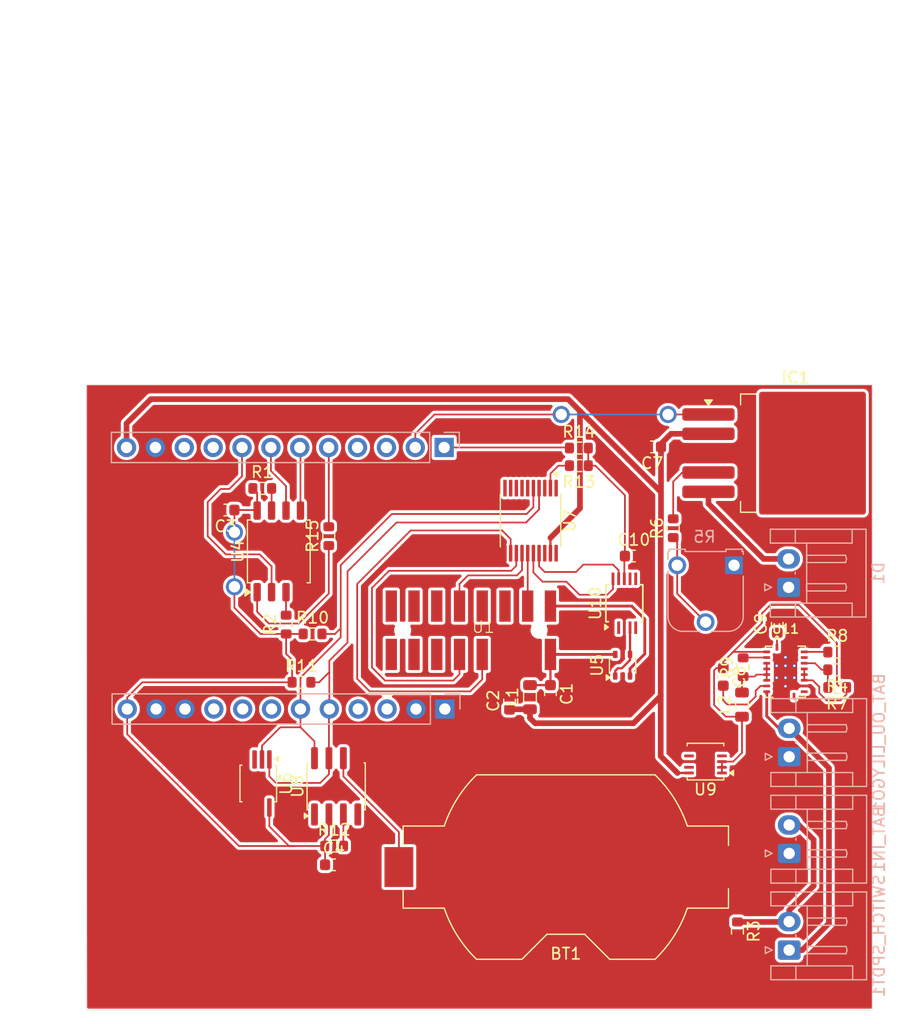
<source format=kicad_pcb>
(kicad_pcb (version 20241229) (generator "pcbnew") (generator_version "9.0")
  (layers (0 "F.Cu" signal) (2 "B.Cu" signal) (13 "F.Paste" user) (15 "B.Paste" user) (5 "F.SilkS" user "F.Silkscreen") (7 "B.SilkS" user "B.Silkscreen") (1 "F.Mask" user) (3 "B.Mask" user) (25 "Edge.Cuts" user))
  (net 0 "")
  (net 1 "GND")
  (net 2 "+3.7V_0")
  (net 3 "+3.7V")
  (net 4 "+BATT")
  (net 5 "/V_SPEC")
  (net 6 "5V")
  (net 7 "3.3V")
  (net 8 "+3V3")
  (net 9 "+5.5V")
  (net 10 "Net-(U11-BOOT)")
  (net 11 "Net-(U11-VCC)")
  (net 12 "Net-(D1-A)")
  (net 13 "/PWM_LED")
  (net 14 "Net-(IC1-RSET)")
  (net 15 "Net-(L2-Pad2)")
  (net 16 "Net-(U4-~{HOLD}{slash}~{RESET}{slash}IO_{3})")
  (net 17 "Net-(U4-~{WP}{slash}IO_{2})")
  (net 18 "Net-(U11-FB)")
  (net 19 "Net-(R5-E)")
  (net 20 "Net-(U11-ILIM)")
  (net 21 "Net-(U11-FSW)")
  (net 22 "/I2C_SCL")
  (net 23 "/I2C_SDA")
  (net 24 "Net-(U8-~{INT}{slash}SQW)")
  (net 25 "/GAIN_5V")
  (net 26 "Net-(U1-VIDEO)")
  (net 27 "/ST_5V")
  (net 28 "/CLK_5V")
  (net 29 "/EOS_5V")
  (net 30 "/SPI_CS_1_3V")
  (net 34 "/SPI_MOSI_3V")
  (net 35 "/SPI_CLK_3V")
  (net 38 "/SPI_MISO_3V")
  (net 39 "Net-(U10-AIN0)")
  (net 42 "/GAIN_3V")
  (net 43 "/I2C_SDA_5V")
  (net 47 "/ST_3V")
  (net 48 "/I2C_SCL_5V")
  (net 65 "/CLK_3V")
  (net 66 "/EOS_3V")
  (net 67 "Net-(U7-VCCA)")
  (net 68 "Net-(U3-GPIO10)")
  (net 69 "Net-(R14-Pad1)")
  (footprint "Battery:BatteryHolder_Keystone_1058_1x2032" (layer "F.Cu") (at 54.65 54.5)
    (property "Reference" "BT1")
    (property "Value" "Battery_Cell")
  )
  (footprint "Capacitor_SMD:C_0603_1608Metric" (layer "F.Cu") (at 24.725 23.1 180)
    (property "Reference" "C3")
    (property "Value" "0.1uF")
  )
  (footprint "Package_DFN_QFN:DFN-10-1EP_3x3mm_P0.5mm_EP1.65x2.38mm" (layer "F.Cu") (at 66.9375 45.225 180)
    (property "Reference" "U9")
    (property "Value" "LT3045xDD")
  )
  (footprint "Resistor_SMD:R_0603_1608Metric" (layer "F.Cu") (at 70.25 36.925 90)
    (property "Reference" "R9")
    (property "Value" "40 K")
  )
  (footprint "mioss:C12880MA" (layer "F.Cu") (at 47.4 33.9)
    (property "Reference" "U1")
    (property "Value" "MICROSPEC-C12666MA")
  )
  (footprint "Capacitor_SMD:C_0603_1608Metric" (layer "F.Cu") (at 68.5 37.775 -90)
    (property "Reference" "C8")
    (property "Value" "0.1uF")
  )
  (footprint "Package_TO_SOT_SMD:SOT-353_SC-70-5" (layer "F.Cu") (at 59.65 36.75 90)
    (property "Reference" "U5")
    (property "Value" "TLV9001IDCK")
  )
  (footprint "Capacitor_SMD:C_0603_1608Metric" (layer "F.Cu") (at 60.625 27.15)
    (property "Reference" "C10")
    (property "Value" "0.1uF")
  )
  (footprint "Capacitor_SMD:C_0603_1608Metric" (layer "F.Cu") (at 53.3 39.275 -90)
    (property "Reference" "C1")
    (property "Value" "0.022uF")
  )
  (footprint "Resistor_SMD:R_0603_1608Metric" (layer "F.Cu") (at 30.05 33.175 90)
    (property "Reference" "R2")
    (property "Value" "10 K")
  )
  (footprint "Capacitor_SMD:C_0603_1608Metric" (layer "F.Cu") (at 49.7 39.875 90)
    (property "Reference" "C2")
    (property "Value" "0.022uF")
  )
  (footprint "Package_SO:SOIC-8_5.3x5.3mm_P1.27mm" (layer "F.Cu") (at 29.405 26.7375 90)
    (property "Reference" "U4")
    (property "Value" "W25Q16JVSS")
  )
  (footprint "Resistor_SMD:R_0603_1608Metric" (layer "F.Cu") (at 34.275 52.65)
    (property "Reference" "R12")
    (property "Value" "10 K")
  )
  (footprint "Resistor_SMD:R_0603_1608Metric" (layer "F.Cu") (at 78.525 35.6)
    (property "Reference" "R8")
    (property "Value" "40 K")
  )
  (footprint "Package_SO:SOIC-8_3.9x4.9mm_P1.27mm" (layer "F.Cu") (at 34.45 47.4 90)
    (property "Reference" "U8")
    (property "Value" "DS3231MZ")
  )
  (footprint "Resistor_SMD:R_0603_1608Metric" (layer "F.Cu") (at 55.8 19.2 180)
    (property "Reference" "R13")
    (property "Value" "0")
  )
  (footprint "Resistor_SMD:R_0603_1608Metric" (layer "F.Cu") (at 78.525 37.15 180)
    (property "Reference" "R4")
    (property "Value" "22.1 K")
  )
  (footprint "Capacitor_SMD:C_0603_1608Metric" (layer "F.Cu") (at 73.25 33.125 90)
    (property "Reference" "C9")
    (property "Value" "0.1uF")
  )
  (footprint "Resistor_SMD:R_0603_1608Metric" (layer "F.Cu") (at 64.1 24.7 90)
    (property "Reference" "R6")
    (property "Value" "500")
  )
  (footprint "Resistor_SMD:R_0603_1608Metric" (layer "F.Cu") (at 78.525 38.7 180)
    (property "Reference" "R7")
    (property "Value" "56.2 K")
  )
  (footprint "Inductor_SMD:L_0805_2012Metric" (layer "F.Cu") (at 51.5 39.5625 90)
    (property "Reference" "L1")
    (property "Value" "100uH")
  )
  (footprint "Resistor_SMD:R_0603_1608Metric" (layer "F.Cu") (at 31.4 38.25)
    (property "Reference" "R11")
    (property "Value" "4.7 K")
  )
  (footprint "Resistor_SMD:R_0603_1608Metric" (layer "F.Cu") (at 55.8 17.65)
    (property "Reference" "R14")
    (property "Value" "0")
  )
  (footprint "Package_SO:TSSOP-20_4.4x5mm_P0.5mm" (layer "F.Cu") (at 51.55 24.0375 -90)
    (property "Reference" "U7")
    (property "Value" "TRANSLATOR-TXS0108E")
  )
  (footprint "Package_SO:TSSOP-10_3x3mm_P0.5mm" (layer "F.Cu") (at 59.8 31.3 90)
    (property "Reference" "U10")
    (property "Value" "ADS1115IDGS")
  )
  (footprint "Resistor_SMD:R_0603_1608Metric" (layer "F.Cu") (at 33.8 25.4 90)
    (property "Reference" "R15")
    (property "Value" "0")
  )
  (footprint "Resistor_SMD:R_0603_1608Metric" (layer "F.Cu") (at 27.95 21.2)
    (property "Reference" "R1")
    (property "Value" "10 K")
  )
  (footprint "Resistor_SMD:R_0603_1608Metric" (layer "F.Cu") (at 69.75 60.15 -90)
    (property "Reference" "R3")
    (property "Value" "100 K")
  )
  (footprint "Resistor_SMD:R_0603_1608Metric" (layer "F.Cu") (at 32.375 34)
    (property "Reference" "R10")
    (property "Value" "4.7 K")
  )
  (footprint "Package_TO_SOT_SMD:TO-263-5_TabPin6" (layer "F.Cu") (at 74.85 18.1)
    (property "Reference" "IC1")
    (property "Value" "CAT4101")
  )
  (footprint "Inductor_SMD:L_0805_2012Metric" (layer "F.Cu") (at 70.15 40.2125 90)
    (property "Reference" "L2")
    (property "Value" "4.7uH")
  )
  (footprint "Capacitor_SMD:C_0603_1608Metric" (layer "F.Cu") (at 34.25 54.3)
    (property "Reference" "C4")
    (property "Value" "0.1uF")
  )
  (footprint "Capacitor_SMD:C_0603_1608Metric" (layer "F.Cu") (at 62.25 17.55 180)
    (property "Reference" "C7")
    (property "Value" "0.1uF")
  )
  (footprint "Package_SO:MSOP-8_3x3mm_P0.65mm" (layer "F.Cu") (at 27.6 47.15 -90)
    (property "Reference" "U6")
    (property "Value" "MCP9808_MSOP")
  )
  (footprint "mioss:IC_MSP430FR2522IRHLR" (layer "F.Cu") (at 73.975 37.325)
    (property "Reference" "U11")
    (property "Value" "TPS61088RHLT")
  )
  (footprint "Connector_JST:JST_EH_S2B-EH_1x02_P2.50mm_Horizontal" (layer "B.Cu") (at 74.3 44.8 90)
    (property "Reference" "BAT_OU_LILYGO1")
    (property "Value" "M02-JST-2MM-SMT")
  )
  (footprint "Connector_JST:JST_EH_S2B-EH_1x02_P2.50mm_Horizontal" (layer "B.Cu") (at 74.3 53.3 90)
    (property "Reference" "BAT_IN1")
    (property "Value" "M02-JST-2MM-SMT")
  )
  (footprint "Connector_JST:JST_EH_S2B-EH_1x02_P2.50mm_Horizontal" (layer "B.Cu") (at 74.3 61.8 90)
    (property "Reference" "SWITCH_SPDT1")
    (property "Value" "M02-JST-2MM-SMT")
  )
  (footprint "micross:Untitled" (layer "B.Cu") (at 5.13 -21.5 90)
    (property "Reference" "U3" (hide yes))
    (property "Value" "~" (hide yes))
  )
  (footprint "Potentiometer_THT:Potentiometer_Runtron_RM-065_Vertical" (layer "B.Cu") (at 69.45 27.96 180)
    (property "Reference" "R5")
    (property "Value" "5K")
  )
  (footprint "Connector_JST:JST_EH_S2B-EH_1x02_P2.50mm_Horizontal" (layer "B.Cu") (at 74.25 29.9 90)
    (property "Reference" "D1")
    (property "Value" "LED")
  )
  (gr_rect (start 12.5 12.1) (end 81.6 67.05) (stroke (width 0.05)) (fill no) (layer "Edge.Cuts"))
  (segment (start 75.15 50.8) (end 74.3 50.8) (width 0.15) (layer "F.Cu") (net 2))
  (segment (start 76.45 56.15) (end 76.45 52.1) (width 0.5) (layer "F.Cu") (net 2))
  (segment (start 74.3 59.3) (end 74.3 58.3) (width 0.5) (layer "F.Cu") (net 2))
  (segment (start 74.275 59.325) (end 74.3 59.3) (width 0.15) (layer "F.Cu") (net 2))
  (segment (start 69.75 59.325) (end 74.275 59.325) (width 0.5) (layer "F.Cu") (net 2))
  (segment (start 76.45 52.1) (end 75.15 50.8) (width 0.5) (layer "F.Cu") (net 2))
  (segment (start 74.3 58.3) (end 76.45 56.15) (width 0.5) (layer "F.Cu") (net 2))
  (segment (start 72.325 41.225) (end 73.4 42.3) (width 0.25) (layer "F.Cu") (net 3))
  (segment (start 77.8 45.8) (end 74.3 42.3) (width 0.5) (layer "F.Cu") (net 3))
  (segment (start 74.3 61.8) (end 75.45 61.8) (width 0.5) (layer "F.Cu") (net 3))
  (segment (start 75.45 61.8) (end 77.8 59.45) (width 0.5) (layer "F.Cu") (net 3))
  (segment (start 77.8 59.45) (end 77.8 45.8) (width 0.5) (layer "F.Cu") (net 3))
  (segment (start 72.325 39.075) (end 72.325 41.225) (width 0.25) (layer "F.Cu") (net 3))
  (segment (start 73.4 42.3) (end 74.3 42.3) (width 0.25) (layer "F.Cu") (net 3))
  (segment (start 35.085 44.925) (end 35.085 46.535) (width 0.15) (layer "F.Cu") (net 4))
  (segment (start 39.97 51.42) (end 36.55 48) (width 0.15) (layer "F.Cu") (net 4))
  (segment (start 39.97 54.5) (end 39.97 51.42) (width 0.15) (layer "F.Cu") (net 4))
  (segment (start 35.085 46.535) (end 36.55 48) (width 0.15) (layer "F.Cu") (net 4))
  (segment (start 51.5 38.5) (end 53.3 38.5) (width 0.2) (layer "F.Cu") (net 5))
  (segment (start 59 35.8) (end 53.3 35.8) (width 0.25) (layer "F.Cu") (net 5))
  (segment (start 53.3 38.5) (end 53.3 35.8) (width 0.2) (layer "F.Cu") (net 5))
  (segment (start 53.3 25.55) (end 55.895 22.955) (width 0.5) (layer "F.Cu") (net 6))
  (segment (start 63.025 17.275) (end 63.9 16.4) (width 0.5) (layer "F.Cu") (net 6))
  (segment (start 64.475 46.225) (end 65.4875 46.225) (width 0.2) (layer "F.Cu") (net 6))
  (segment (start 63 21.5) (end 55.895 14.395) (width 0.5) (layer "F.Cu") (net 6))
  (segment (start 60.6 41.85) (end 63 39.45) (width 0.5) (layer "F.Cu") (net 6))
  (segment (start 63.025 17.55) (end 63.025 17.275) (width 0.15) (layer "F.Cu") (net 6))
  (segment (start 51.95 41.85) (end 60.6 41.85) (width 0.5) (layer "F.Cu") (net 6))
  (segment (start 55.895 22.955) (end 55.895 14.395) (width 0.5) (layer "F.Cu") (net 6))
  (segment (start 63 24.05) (end 63 22.4) (width 0.2) (layer "F.Cu") (net 6))
  (segment (start 51.5 40.625) (end 51.5 41.4) (width 0.5) (layer "F.Cu") (net 6))
  (segment (start 16.01 15.49) (end 16.01 17.6) (width 0.5) (layer "F.Cu") (net 6))
  (segment (start 63 38.7) (end 63 24.05) (width 0.5) (layer "F.Cu") (net 6))
  (segment (start 54.85 13.35) (end 18.15 13.35) (width 0.5) (layer "F.Cu") (net 6))
  (segment (start 63 22.15) (end 63 21.5) (width 0.2) (layer "F.Cu") (net 6))
  (segment (start 63.025 24.025) (end 63 24.05) (width 0.15) (layer "F.Cu") (net 6))
  (segment (start 53.3 26.9) (end 53.3 25.55) (width 0.2) (layer "F.Cu") (net 6))
  (segment (start 55.895 14.395) (end 54.85 13.35) (width 0.5) (layer "F.Cu") (net 6))
  (segment (start 63.9 16.4) (end 67.2 16.4) (width 0.5) (layer "F.Cu") (net 6))
  (segment (start 63 39.45) (end 63 38.7) (width 0.2) (layer "F.Cu") (net 6))
  (segment (start 63 38.7) (end 63 44.75) (width 0.5) (layer "F.Cu") (net 6))
  (segment (start 63 22.4) (end 63 22.15) (width 0.2) (layer "F.Cu") (net 6))
  (segment (start 51.5 41.4) (end 51.95 41.85) (width 0.5) (layer "F.Cu") (net 6))
  (segment (start 51.5 40.625) (end 49.725 40.625) (width 0.5) (layer "F.Cu") (net 6))
  (segment (start 63.025 17.55) (end 63.025 24.025) (width 0.5) (layer "F.Cu") (net 6))
  (segment (start 18.15 13.35) (end 16.01 15.49) (width 0.5) (layer "F.Cu") (net 6))
  (segment (start 63 44.75) (end 64.475 46.225) (width 0.5) (layer "F.Cu") (net 6))
  (segment (start 49.725 40.625) (end 49.7 40.65) (width 0.2) (layer "F.Cu") (net 6))
  (segment (start 30.3 52.65) (end 28.575 50.925) (width 0.15) (layer "F.Cu") (net 8))
  (segment (start 16.07 42.82) (end 16.07 40.6) (width 0.15) (layer "F.Cu") (net 8))
  (segment (start 30.05 35.75) (end 30.575 36.275) (width 0.15) (layer "F.Cu") (net 8))
  (segment (start 25.55 23.1) (end 25.7 23.25) (width 0.15) (layer "F.Cu") (net 8))
  (segment (start 33.475 52.675) (end 33.45 52.65) (width 0.15) (layer "F.Cu") (net 8))
  (segment (start 33.475 54.3) (end 33.475 52.675) (width 0.15) (layer "F.Cu") (net 8))
  (segment (start 59.8 29.15) (end 59.8 27.15) (width 0.15) (layer "F.Cu") (net 8))
  (segment (start 28.575 50.925) (end 28.575 49.2625) (width 0.15) (layer "F.Cu") (net 8))
  (segment (start 30.575 38.25) (end 17.4 38.25) (width 0.15) (layer "F.Cu") (net 8))
  (segment (start 56.625 19.2) (end 57.25 19.2) (width 0.15) (layer "F.Cu") (net 8))
  (segment (start 30.8 52.65) (end 30.3 52.65) (width 0.15) (layer "F.Cu") (net 8))
  (segment (start 30.8 52.65) (end 25.9 52.65) (width 0.15) (layer "F.Cu") (net 8))
  (segment (start 27.5 21.575) (end 27.125 21.2) (width 0.15) (layer "F.Cu") (net 8))
  (segment (start 27.5 23.15) (end 27.5 21.575) (width 0.15) (layer "F.Cu") (net 8))
  (segment (start 27.45 23.2) (end 27.5 23.15) (width 0.15) (layer "F.Cu") (net 8))
  (segment (start 33.815 51.685) (end 33.815 49.875) (width 0.15) (layer "F.Cu") (net 8))
  (segment (start 30.05 34) (end 30.05 35.75) (width 0.15) (layer "F.Cu") (net 8))
  (segment (start 27.45 23.1) (end 25.5 23.1) (width 0.15) (layer "F.Cu") (net 8))
  (segment (start 25.5 31.7) (end 27.8 34) (width 0.15) (layer "F.Cu") (net 8))
  (segment (start 27.8 34) (end 30.05 34) (width 0.15) (layer "F.Cu") (net 8))
  (segment (start 59.85 21.8) (end 59.85 27.15) (width 0.15) (layer "F.Cu") (net 8))
  (segment (start 25.525 25.025) (end 25.5 25.05) (width 0.15) (layer "F.Cu") (net 8))
  (segment (start 25.9 52.65) (end 16.07 42.82) (width 0.15) (layer "F.Cu") (net 8))
  (segment (start 33.45 52.05) (end 33.815 51.685) (width 0.15) (layer "F.Cu") (net 8))
  (segment (start 16.07 39.58) (end 16.07 40.6) (width 0.15) (layer "F.Cu") (net 8))
  (segment (start 30.05 34) (end 31.55 34) (width 0.15) (layer "F.Cu") (net 8))
  (segment (start 17.4 38.25) (end 16.07 39.58) (width 0.15) (layer "F.Cu") (net 8))
  (segment (start 25.5 29.85) (end 25.5 31.7) (width 0.15) (layer "F.Cu") (net 8))
  (segment (start 33.45 52.65) (end 33.45 52.05) (width 0.15) (layer "F.Cu") (net 8))
  (segment (start 30.575 36.275) (end 30.575 38.25) (width 0.15) (layer "F.Cu") (net 8))
  (segment (start 25.5 25.05) (end 25.5 23.1) (width 0.15) (layer "F.Cu") (net 8))
  (segment (start 57.25 19.2) (end 59.85 21.8) (width 0.15) (layer "F.Cu") (net 8))
  (segment (start 56.625 17.65) (end 56.625 19.2) (width 0.15) (layer "F.Cu") (net 8))
  (segment (start 27.5 23.15) (end 27.45 23.1) (width 0.15) (layer "F.Cu") (net 8))
  (segment (start 33.45 52.65) (end 30.8 52.65) (width 0.15) (layer "F.Cu") (net 8))
  (via (at 25.5 25.05) (size 1.5) (drill 1) (layers "F.Cu" "B.Cu") (net 8))
  (via (at 25.5 29.85) (size 1.5) (drill 1) (layers "F.Cu" "B.Cu") (net 8))
  (segment (start 25.5 25.05) (end 25.5 29.85) (width 0.15) (layer "B.Cu") (net 8))
  (segment (start 69.2 35.75) (end 71.9 33.05) (width 0.15) (layer "F.Cu") (net 9))
  (segment (start 78.8 38.7) (end 79.35 38.7) (width 0.15) (layer "F.Cu") (net 9))
  (segment (start 78.8 39.85) (end 77.6 39.85) (width 0.15) (layer "F.Cu") (net 9))
  (segment (start 75.15 31.45) (end 78.5 34.8) (width 0.15) (layer "F.Cu") (net 9))
  (segment (start 67.695 37.205) (end 67.695 40.245) (width 0.15) (layer "F.Cu") (net 9))
  (segment (start 67.695 40.245) (end 68.725 41.275) (width 0.15) (layer "F.Cu") (net 9))
  (segment (start 69.2 35.75) (end 69.375 35.575) (width 0.15) (layer "F.Cu") (net 9))
  (segment (start 68.5 36.45) (end 69.2 35.75) (width 0.15) (layer "F.Cu") (net 9))
  (segment (start 68.3875 45.725) (end 68.3875 45.225) (width 0.15) (layer "F.Cu") (net 9))
  (segment (start 67.9 37) (end 67.695 37.205) (width 0.15) (layer "F.Cu") (net 9))
  (segment (start 68.5 37) (end 68.5 36.45) (width 0.15) (layer "F.Cu") (net 9))
  (segment (start 75.625 37.575) (end 75.625 37.075) (width 0.15) (layer "F.Cu") (net 9))
  (segment (start 76.95 38.65) (end 76.375 38.075) (width 0.15) (layer "F.Cu") (net 9))
  (segment (start 71.9 32.2) (end 72.65 31.45) (width 0.15) (layer "F.Cu") (net 9))
  (segment (start 76.375 38.075) (end 75.625 38.075) (width 0.15) (layer "F.Cu") (net 9))
  (segment (start 75.65 38.1) (end 75.625 38.075) (width 0.15) (layer "F.Cu") (net 9))
  (segment (start 68.5 37) (end 67.9 37) (width 0.15) (layer "F.Cu") (net 9))
  (segment (start 69.375 35.575) (end 72.325 35.575) (width 0.15) (layer "F.Cu") (net 9))
  (segment (start 70.15 44.45) (end 70.15 41.275) (width 0.15) (layer "F.Cu") (net 9))
  (segment (start 79.35 39.3) (end 78.8 39.85) (width 0.15) (layer "F.Cu") (net 9))
  (segment (start 68.725 41.275) (end 70.15 41.275) (width 0.15) (layer "F.Cu") (net 9))
  (segment (start 71.9 33.05) (end 71.9 32.2) (width 0.15) (layer "F.Cu") (net 9))
  (segment (start 68.3875 46.225) (end 68.3875 45.725) (width 0.15) (layer "F.Cu") (net 9))
  (segment (start 68.3875 45.225) (end 69.375 45.225) (width 0.15) (layer "F.Cu") (net 9))
  (segment (start 78.5 38.4) (end 78.8 38.7) (width 0.15) (layer "F.Cu") (net 9))
  (segment (start 75.625 38.075) (end 75.625 37.575) (width 0.15) (layer "F.Cu") (net 9))
  (segment (start 76.95 39.2) (end 76.95 38.65) (width 0.15) (layer "F.Cu") (net 9))
  (segment (start 69.375 45.225) (end 70.15 44.45) (width 0.15) (layer "F.Cu") (net 9))
  (segment (start 79.35 38.7) (end 79.35 39.3) (width 0.15) (layer "F.Cu") (net 9))
  (segment (start 78.5 34.8) (end 78.5 38.4) (width 0.15) (layer "F.Cu") (net 9))
  (segment (start 72.65 31.45) (end 75.15 31.45) (width 0.15) (layer "F.Cu") (net 9))
  (segment (start 77.6 39.85) (end 76.95 39.2) (width 0.15) (layer "F.Cu") (net 9))
  (segment (start 71.35 39.5) (end 71.35 39) (width 0.15) (layer "F.Cu") (net 10))
  (segment (start 68.5 38.55) (end 68.5 39.85) (width 0.15) (layer "F.Cu") (net 10))
  (segment (start 70.65 40.2) (end 71.35 39.5) (width 0.15) (layer "F.Cu") (net 10))
  (segment (start 71.35 39) (end 71.775 38.575) (width 0.15) (layer "F.Cu") (net 10))
  (segment (start 72.3 38.55) (end 72.325 38.575) (width 0.15) (layer "F.Cu") (net 10))
  (segment (start 68.5 39.85) (end 68.85 40.2) (width 0.15) (layer "F.Cu") (net 10))
  (segment (start 71.775 38.575) (end 72.325 38.575) (width 0.15) (layer "F.Cu") (net 10))
  (segment (start 68.85 40.2) (end 70.65 40.2) (width 0.15) (layer "F.Cu") (net 10))
  (segment (start 73.225 33.675) (end 73.25 33.65) (width 0.15) (layer "F.Cu") (net 11))
  (segment (start 73.225 35.175) (end 73.225 33.675) (width 0.15) (layer "F.Cu") (net 11))
  (segment (start 72.05 27.4) (end 74.25 27.4) (width 0.5) (layer "F.Cu") (net 12))
  (segment (start 67.2 22.55) (end 72.05 27.4) (width 0.5) (layer "F.Cu") (net 12))
  (segment (start 67.2 21.5) (end 67.2 22.55) (width 0.5) (layer "F.Cu") (net 12))
  (segment (start 54.25 14.7) (end 43.1 14.7) (width 0.15) (layer "F.Cu") (net 13))
  (segment (start 43.1 14.7) (end 41.41 16.39) (width 0.15) (layer "F.Cu") (net 13))
  (segment (start 63.6 14.7) (end 63.65 14.7) (width 0.15) (layer "F.Cu") (net 13))
  (segment (start 63.65 14.7) (end 67.2 14.7) (width 0.15) (layer "F.Cu") (net 13))
  (segment (start 41.41 16.39) (end 41.41 17.6) (width 0.15) (layer "F.Cu") (net 13))
  (via (at 54.25 14.7) (size 1.5) (drill 1) (layers "F.Cu" "B.Cu") (net 13))
  (via (at 63.65 14.7) (size 1.5) (drill 1) (layers "F.Cu" "B.Cu") (net 13))
  (segment (start 54.25 14.7) (end 63.6 14.7) (width 0.15) (layer "B.Cu") (net 13))
  (segment (start 64.1 20.6) (end 64.9 19.8) (width 0.15) (layer "F.Cu") (net 14))
  (segment (start 64.1 23.875) (end 64.1 20.6) (width 0.15) (layer "F.Cu") (net 14))
  (segment (start 64.9 19.8) (end 67.2 19.8) (width 0.15) (layer "F.Cu") (net 14))
  (segment (start 71.25 37.75) (end 70.25 37.75) (width 0.15) (layer "F.Cu") (net 15))
  (segment (start 72.325 37.575) (end 71.425 37.575) (width 0.15) (layer "F.Cu") (net 15))
  (segment (start 72.325 37.575) (end 72.325 37.075) (width 0.15) (layer "F.Cu") (net 15))
  (segment (start 70.15 37.85) (end 70.25 37.75) (width 0.15) (layer "F.Cu") (net 15))
  (segment (start 72.325 37.075) (end 72.325 36.575) (width 0.15) (layer "F.Cu") (net 15))
  (segment (start 71.425 37.575) (end 71.25 37.75) (width 0.15) (layer "F.Cu") (net 15))
  (segment (start 70.15 39.15) (end 70.15 37.85) (width 0.15) (layer "F.Cu") (net 15))
  (segment (start 72.325 38.075) (end 72.325 37.575) (width 0.15) (layer "F.Cu") (net 15))
  (segment (start 28.77 21.205) (end 28.775 21.2) (width 0.15) (layer "F.Cu") (net 16))
  (segment (start 28.77 23.15) (end 28.77 21.205) (width 0.15) (layer "F.Cu") (net 16))
  (segment (start 30.04 30.325) (end 30.04 32.34) (width 0.15) (layer "F.Cu") (net 17))
  (segment (start 30.04 32.34) (end 30.05 32.35) (width 0.15) (layer "F.Cu") (net 17))
  (segment (start 77.7 38.7) (end 77.7 37.15) (width 0.15) (layer "F.Cu") (net 18))
  (segment (start 77.15 37.15) (end 76.575 36.575) (width 0.15) (layer "F.Cu") (net 18))
  (segment (start 76.575 36.575) (end 75.625 36.575) (width 0.15) (layer "F.Cu") (net 18))
  (segment (start 77.7 37.15) (end 77.15 37.15) (width 0.15) (layer "F.Cu") (net 18))
  (segment (start 64.45 30.46) (end 64.45 27.96) (width 0.15) (layer "F.Cu") (net 19))
  (segment (start 64.45 25.875) (end 64.1 25.525) (width 0.15) (layer "F.Cu") (net 19))
  (segment (start 66.95 32.96) (end 64.45 30.46) (width 0.15) (layer "F.Cu") (net 19))
  (segment (start 64.45 27.96) (end 64.45 25.875) (width 0.15) (layer "F.Cu") (net 19))
  (segment (start 75.625 35.575) (end 77.675 35.575) (width 0.15) (layer "F.Cu") (net 20))
  (segment (start 77.675 35.575) (end 77.7 35.6) (width 0.15) (layer "F.Cu") (net 20))
  (segment (start 70.325 36.075) (end 72.325 36.075) (width 0.15) (layer "F.Cu") (net 21))
  (segment (start 70.25 36.1) (end 70.3 36.1) (width 0.15) (layer "F.Cu") (net 21))
  (segment (start 70.3 36.1) (end 70.325 36.075) (width 0.15) (layer "F.Cu") (net 21))
  (segment (start 31.31 37.84) (end 31.31 40.6) (width 0.15) (layer "F.Cu") (net 22))
  (segment (start 29.54 42.21) (end 31.31 42.21) (width 0.15) (layer "F.Cu") (net 22))
  (segment (start 32.545 43.445) (end 31.31 42.21) (width 0.15) (layer "F.Cu") (net 22))
  (segment (start 34.35 34) (end 34.85 33.5) (width 0.15) (layer "F.Cu") (net 22))
  (segment (start 34.85 27.95) (end 34.85 33.5) (width 0.15) (layer "F.Cu") (net 22))
  (segment (start 51.8 22.85) (end 51.2 23.45) (width 0.15) (layer "F.Cu") (net 22))
  (segment (start 31.31 42.21) (end 31.31 40.6) (width 0.15) (layer "F.Cu") (net 22))
  (segment (start 39.35 23.45) (end 34.85 27.95) (width 0.15) (layer "F.Cu") (net 22))
  (segment (start 32.545 44.925) (end 32.545 43.445) (width 0.15) (layer "F.Cu") (net 22))
  (segment (start 34.85 34.3) (end 31.31 37.84) (width 0.15) (layer "F.Cu") (net 22))
  (segment (start 34.85 33.5) (end 34.85 34.3) (width 0.15) (layer "F.Cu") (net 22))
  (segment (start 51.8 21.175) (end 51.8 22.85) (width 0.15) (layer "F.Cu") (net 22))
  (segment (start 33.2 34) (end 34.35 34) (width 0.15) (layer "F.Cu") (net 22))
  (segment (start 27.925 45.0375) (end 27.925 43.825) (width 0.15) (layer "F.Cu") (net 22))
  (segment (start 51.2 23.45) (end 39.35 23.45) (width 0.15) (layer "F.Cu") (net 22))
  (segment (start 27.925 43.825) (end 29.54 42.21) (width 0.15) (layer "F.Cu") (net 22))
  (segment (start 28.575 46.525) (end 28.575 45.0375) (width 0.15) (layer "F.Cu") (net 23))
  (segment (start 33.815 40.635) (end 33.85 40.6) (width 0.15) (layer "F.Cu") (net 23))
  (segment (start 39.75 24.2) (end 35.45 28.5) (width 0.15) (layer "F.Cu") (net 23))
  (segment (start 33.85 37.35) (end 33.85 40.6) (width 0.15) (layer "F.Cu") (net 23))
  (segment (start 51.15 24.2) (end 39.75 24.2) (width 0.15) (layer "F.Cu") (net 23))
  (segment (start 33.815 44.925) (end 33.815 40.635) (width 0.15) (layer "F.Cu") (net 23))
  (segment (start 32.95 38.25) (end 33.85 37.35) (width 0.15) (layer "F.Cu") (net 23))
  (segment (start 29.15 47.1) (end 28.575 46.525) (width 0.15) (layer "F.Cu") (net 23))
  (segment (start 52.3 21.175) (end 52.3 23.05) (width 0.15) (layer "F.Cu") (net 23))
  (segment (start 33.815 44.925) (end 33.815 46.335) (width 0.15) (layer "F.Cu") (net 23))
  (segment (start 32.225 38.25) (end 32.95 38.25) (width 0.15) (layer "F.Cu") (net 23))
  (segment (start 35.45 34.75) (end 33.85 36.35) (width 0.15) (layer "F.Cu") (net 23))
  (segment (start 35.45 28.5) (end 35.45 34.75) (width 0.15) (layer "F.Cu") (net 23))
  (segment (start 33.85 36.35) (end 33.85 37.35) (width 0.15) (layer "F.Cu") (net 23))
  (segment (start 33.05 47.1) (end 29.15 47.1) (width 0.15) (layer "F.Cu") (net 23))
  (segment (start 33.815 46.335) (end 33.05 47.1) (width 0.15) (layer "F.Cu") (net 23))
  (segment (start 52.3 23.05) (end 51.15 24.2) (width 0.15) (layer "F.Cu") (net 23))
  (segment (start 35.1 52.6) (end 35.085 52.585) (width 0.15) (layer "F.Cu") (net 24))
  (segment (start 35.1 52.65) (end 35.1 52.6) (width 0.15) (layer "F.Cu") (net 24))
  (segment (start 35.085 52.585) (end 35.085 49.875) (width 0.15) (layer "F.Cu") (net 24))
  (segment (start 37.6 29.95) (end 37.6 36.95) (width 0.15) (layer "F.Cu") (net 25))
  (segment (start 50.3 26.9) (end 50.3 27.995) (width 0.15) (layer "F.Cu") (net 25))
  (segment (start 44.75 38.1) (end 45.3 37.55) (width 0.15) (layer "F.Cu") (net 25))
  (segment (start 50.3 27.995) (end 49.85 28.445) (width 0.15) (layer "F.Cu") (net 25))
  (segment (start 49.85 28.445) (end 39.105 28.445) (width 0.15) (layer "F.Cu") (net 25))
  (segment (start 39.105 28.445) (end 37.6 29.95) (width 0.15) (layer "F.Cu") (net 25))
  (segment (start 38.75 38.1) (end 44.75 38.1) (width 0.15) (layer "F.Cu") (net 25))
  (segment (start 37.6 36.95) (end 38.75 38.1) (width 0.15) (layer "F.Cu") (net 25))
  (segment (start 45.3 37.55) (end 45.3 35.8) (width 0.15) (layer "F.Cu") (net 25))
  (segment (start 61.6 35.75) (end 61.6 32.7) (width 0.25) (layer "F.Cu") (net 26))
  (segment (start 60.3 37.45) (end 60.3 37.05) (width 0.25) (layer "F.Cu") (net 26))
  (segment (start 61.6 32.7) (end 60.45 31.55) (width 0.25) (layer "F.Cu") (net 26))
  (segment (start 60.45 31.55) (end 53.3 31.55) (width 0.25) (layer "F.Cu") (net 26))
  (segment (start 60.3 37.05) (end 61.6 35.75) (width 0.25) (layer "F.Cu") (net 26))
  (segment (start 49.8 25.65) (end 49.8 26.9) (width 0.15) (layer "F.Cu") (net 27))
  (segment (start 41 24.9) (end 49.05 24.9) (width 0.15) (layer "F.Cu") (net 27))
  (segment (start 37.4 39.05) (end 36.3 37.95) (width 0.15) (layer "F.Cu") (net 27))
  (segment (start 36.3 29.6) (end 41 24.9) (width 0.15) (layer "F.Cu") (net 27))
  (segment (start 49.05 24.9) (end 49.8 25.65) (width 0.15) (layer "F.Cu") (net 27))
  (segment (start 46.25 39.05) (end 37.4 39.05) (width 0.15) (layer "F.Cu") (net 27))
  (segment (start 47.3 35.8) (end 47.3 38) (width 0.15) (layer "F.Cu") (net 27))
  (segment (start 47.3 38) (end 46.25 39.05) (width 0.15) (layer "F.Cu") (net 27))
  (segment (start 36.3 37.95) (end 36.3 29.6) (width 0.15) (layer "F.Cu") (net 27))
  (segment (start 51.3 31.55) (end 51.3 26.9) (width 0.15) (layer "F.Cu") (net 28))
  (segment (start 45.3 29.6) (end 45.3 31.55) (width 0.15) (layer "F.Cu") (net 29))
  (segment (start 50.8 26.9) (end 50.8 28.4) (width 0.15) (layer "F.Cu") (net 29))
  (segment (start 50.35 28.85) (end 46.05 28.85) (width 0.15) (layer "F.Cu") (net 29))
  (segment (start 46.05 28.85) (end 45.3 29.6) (width 0.15) (layer "F.Cu") (net 29))
  (segment (start 50.8 28.4) (end 50.35 28.85) (width 0.15) (layer "F.Cu") (net 29))
  (segment (start 27.5 32.05) (end 27.5 30.325) (width 0.15) (layer "F.Cu") (net 30))
  (segment (start 28.53 33.08) (end 27.5 32.05) (width 0.15) (layer "F.Cu") (net 30))
  (segment (start 31.17 33.08) (end 28.53 33.08) (width 0.15) (layer "F.Cu") (net 30))
  (segment (start 33.8 26.225) (end 33.8 30.45) (width 0.15) (layer "F.Cu") (net 30))
  (segment (start 33.8 30.45) (end 31.17 33.08) (width 0.15) (layer "F.Cu") (net 30))
  (segment (start 31.31 23.15) (end 31.31 17.66) (width 0.15) (layer "F.Cu") (net 34))
  (segment (start 31.31 17.66) (end 31.25 17.6) (width 0.15) (layer "F.Cu") (net 34))
  (segment (start 28.71 19.66) (end 28.71 17.6) (width 0.15) (layer "F.Cu") (net 35))
  (segment (start 30.04 20.99) (end 28.71 19.66) (width 0.15) (layer "F.Cu") (net 35))
  (segment (start 30.04 23.15) (end 30.04 20.99) (width 0.15) (layer "F.Cu") (net 35))
  (segment (start 23.15 25.4) (end 24.75 27) (width 0.15) (layer "F.Cu") (net 38))
  (segment (start 28.77 28.05) (end 28.77 30.325) (width 0.15) (layer "F.Cu") (net 38))
  (segment (start 25.05 21.25) (end 24.3 21.25) (width 0.15) (layer "F.Cu") (net 38))
  (segment (start 24.75 27) (end 27.72 27) (width 0.15) (layer "F.Cu") (net 38))
  (segment (start 26.17 20.13) (end 25.05 21.25) (width 0.15) (layer "F.Cu") (net 38))
  (segment (start 23.15 22.4) (end 23.15 25.4) (width 0.15) (layer "F.Cu") (net 38))
  (segment (start 26.17 17.6) (end 26.17 20.13) (width 0.15) (layer "F.Cu") (net 38))
  (segment (start 24.3 21.25) (end 23.15 22.4) (width 0.15) (layer "F.Cu") (net 38))
  (segment (start 27.72 27) (end 28.77 28.05) (width 0.15) (layer "F.Cu") (net 38))
  (segment (start 59.58 37.02) (end 59.23 37.02) (width 0.2) (layer "F.Cu") (net 39))
  (segment (start 59 37.7) (end 59 37.25) (width 0.2) (layer "F.Cu") (net 39))
  (segment (start 60.3 33.45) (end 60.3 36.3) (width 0.2) (layer "F.Cu") (net 39))
  (segment (start 60.3 36.3) (end 59.58 37.02) (width 0.2) (layer "F.Cu") (net 39))
  (segment (start 59 37.25) (end 59.23 37.02) (width 0.2) (layer "F.Cu") (net 39))
  (segment (start 52.8 28.55) (end 52.3 28.05) (width 0.15) (layer "F.Cu") (net 43))
  (segment (start 55.55 28.55) (end 52.8 28.55) (width 0.15) (layer "F.Cu") (net 43))
  (segment (start 59.3 28.4) (end 58.8 27.9) (width 0.15) (layer "F.Cu") (net 43))
  (segment (start 58.8 27.9) (end 56.2 27.9) (width 0.15) (layer "F.Cu") (net 43))
  (segment (start 56.2 27.9) (end 55.55 28.55) (width 0.15) (layer "F.Cu") (net 43))
  (segment (start 52.3 28.05) (end 52.3 26.9) (width 0.15) (layer "F.Cu") (net 43))
  (segment (start 59.3 29.15) (end 59.3 28.4) (width 0.15) (layer "F.Cu") (net 43))
  (segment (start 58.3 30.55) (end 58.8 30.05) (width 0.15) (layer "F.Cu") (net 48))
  (segment (start 54.7 29.4) (end 55.85 30.55) (width 0.15) (layer "F.Cu") (net 48))
  (segment (start 58.8 30.05) (end 58.8 29.15) (width 0.15) (layer "F.Cu") (net 48))
  (segment (start 52.6 29.4) (end 54.7 29.4) (width 0.15) (layer "F.Cu") (net 48))
  (segment (start 51.8 26.9) (end 51.8 28.6) (width 0.15) (layer "F.Cu") (net 48))
  (segment (start 51.8 28.6) (end 52.6 29.4) (width 0.15) (layer "F.Cu") (net 48))
  (segment (start 55.85 30.55) (end 58.3 30.55) (width 0.15) (layer "F.Cu") (net 48))
  (segment (start 54 19.2) (end 54.975 19.2) (width 0.15) (layer "F.Cu") (net 67))
  (segment (start 53.3 19.9) (end 53.3 21.175) (width 0.15) (layer "F.Cu") (net 67))
  (segment (start 54 19.2) (end 53.3 19.9) (width 0.15) (layer "F.Cu") (net 67))
  (segment (start 33.8 24.575) (end 33.8 18.8) (width 0.15) (layer "F.Cu") (net 68))
  (segment (start 33.8 17.61) (end 33.79 17.6) (width 0.15) (layer "F.Cu") (net 68))
  (segment (start 33.8 20.475) (end 33.8 17.61) (width 0.15) (layer "F.Cu") (net 68))
  (segment (start 43.95 17.6) (end 54.925 17.6) (width 0.15) (layer "F.Cu") (net 69))
  (segment (start 54.925 17.6) (end 54.975 17.65) (width 0.15) (layer "F.Cu") (net 69))
  (zone (net 1) (net_name "GND") (layer "F.Cu") (connect_pads yes (clearance 0.15)) (min_thickness 0.25) (fill yes (thermal_gap 0.5) (thermal_bridge_width 0.5))
    (polygon (pts (xy 81.6 12.1) (xy 81.65 66.95) (xy 12.55 66.95) (xy 12.5 12.1)))
  )
)
</source>
